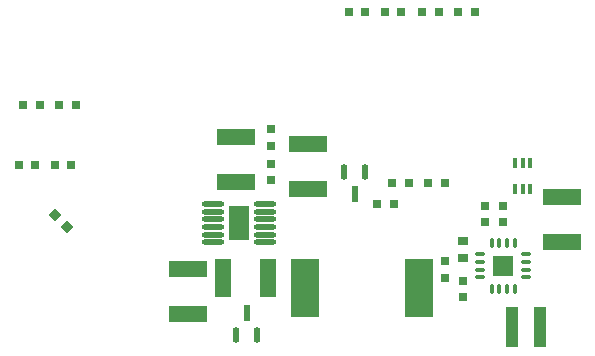
<source format=gbp>
G04*
G04 #@! TF.GenerationSoftware,Altium Limited,Altium Designer,19.1.8 (144)*
G04*
G04 Layer_Color=128*
%FSLAX25Y25*%
%MOIN*%
G70*
G01*
G75*
%ADD42P,0.04243X4X360.0*%
%ADD43R,0.03000X0.03000*%
%ADD44R,0.02310X0.05349*%
G04:AMPARAMS|DCode=45|XSize=53.49mil|YSize=23.1mil|CornerRadius=11.55mil|HoleSize=0mil|Usage=FLASHONLY|Rotation=90.000|XOffset=0mil|YOffset=0mil|HoleType=Round|Shape=RoundedRectangle|*
%AMROUNDEDRECTD45*
21,1,0.05349,0.00000,0,0,90.0*
21,1,0.03039,0.02310,0,0,90.0*
1,1,0.02310,0.00000,0.01519*
1,1,0.02310,0.00000,-0.01519*
1,1,0.02310,0.00000,-0.01519*
1,1,0.02310,0.00000,0.01519*
%
%ADD45ROUNDEDRECTD45*%
%ADD46R,0.05512X0.12992*%
%ADD47R,0.12992X0.05512*%
%ADD48R,0.06929X0.11614*%
%ADD49O,0.07480X0.01772*%
%ADD50R,0.03000X0.03000*%
%ADD51R,0.01575X0.03740*%
%ADD52R,0.09449X0.19685*%
%ADD53R,0.03543X0.03150*%
G04:AMPARAMS|DCode=54|XSize=33.07mil|YSize=12.6mil|CornerRadius=1.58mil|HoleSize=0mil|Usage=FLASHONLY|Rotation=90.000|XOffset=0mil|YOffset=0mil|HoleType=Round|Shape=RoundedRectangle|*
%AMROUNDEDRECTD54*
21,1,0.03307,0.00945,0,0,90.0*
21,1,0.02992,0.01260,0,0,90.0*
1,1,0.00315,0.00472,0.01496*
1,1,0.00315,0.00472,-0.01496*
1,1,0.00315,-0.00472,-0.01496*
1,1,0.00315,-0.00472,0.01496*
%
%ADD54ROUNDEDRECTD54*%
G04:AMPARAMS|DCode=55|XSize=33.07mil|YSize=12.6mil|CornerRadius=1.58mil|HoleSize=0mil|Usage=FLASHONLY|Rotation=180.000|XOffset=0mil|YOffset=0mil|HoleType=Round|Shape=RoundedRectangle|*
%AMROUNDEDRECTD55*
21,1,0.03307,0.00945,0,0,180.0*
21,1,0.02992,0.01260,0,0,180.0*
1,1,0.00315,-0.01496,0.00472*
1,1,0.00315,0.01496,0.00472*
1,1,0.00315,0.01496,-0.00472*
1,1,0.00315,-0.01496,-0.00472*
%
%ADD55ROUNDEDRECTD55*%
%ADD57R,0.03858X0.13386*%
G36*
X175654Y71653D02*
X182346D01*
Y78347D01*
X175654D01*
Y71653D01*
D02*
G37*
D42*
X29611Y91889D02*
D03*
X33500Y88000D02*
D03*
D43*
X169500Y159500D02*
D03*
X164000D02*
D03*
X157500D02*
D03*
X152000D02*
D03*
X145000D02*
D03*
X139500D02*
D03*
X133000D02*
D03*
X127500D02*
D03*
X19000Y128534D02*
D03*
X24500D02*
D03*
X31000Y128659D02*
D03*
X36500D02*
D03*
X142500Y95500D02*
D03*
X137000D02*
D03*
X147500Y102500D02*
D03*
X142000D02*
D03*
X159500D02*
D03*
X154000D02*
D03*
X29500Y108500D02*
D03*
X35000D02*
D03*
X17500D02*
D03*
X23000D02*
D03*
D44*
X93500Y59149D02*
D03*
X129500Y98852D02*
D03*
D45*
X89898Y51851D02*
D03*
X97102D02*
D03*
X133102Y106149D02*
D03*
X125898D02*
D03*
D46*
X85520Y71000D02*
D03*
X100480D02*
D03*
D47*
X74000Y59020D02*
D03*
Y73980D02*
D03*
X114047Y115760D02*
D03*
Y100799D02*
D03*
X90000Y117980D02*
D03*
Y103020D02*
D03*
X198500Y83020D02*
D03*
Y97980D02*
D03*
D48*
X91079Y89280D02*
D03*
D49*
X99740Y95677D02*
D03*
Y93118D02*
D03*
Y90559D02*
D03*
Y88000D02*
D03*
Y85441D02*
D03*
Y82882D02*
D03*
X82417Y95677D02*
D03*
Y93118D02*
D03*
Y90559D02*
D03*
Y88000D02*
D03*
Y85441D02*
D03*
Y82882D02*
D03*
D50*
X101500Y103500D02*
D03*
Y109000D02*
D03*
Y115000D02*
D03*
Y120500D02*
D03*
X173000Y95000D02*
D03*
Y89500D02*
D03*
X179000Y95000D02*
D03*
Y89500D02*
D03*
X159500Y71000D02*
D03*
Y76500D02*
D03*
X165500Y70000D02*
D03*
Y64500D02*
D03*
D51*
X182941Y100530D02*
D03*
X185500D02*
D03*
X188059D02*
D03*
Y109191D02*
D03*
X185500D02*
D03*
X182941D02*
D03*
D52*
X113000Y67500D02*
D03*
X151000D02*
D03*
D53*
X165500Y83256D02*
D03*
Y77744D02*
D03*
D54*
X182839Y67382D02*
D03*
X180280D02*
D03*
X177720D02*
D03*
X175161D02*
D03*
Y82618D02*
D03*
X177720D02*
D03*
X180280D02*
D03*
X182839D02*
D03*
D55*
X186618Y78839D02*
D03*
Y76279D02*
D03*
Y73721D02*
D03*
Y71161D02*
D03*
X171382D02*
D03*
Y73721D02*
D03*
Y76279D02*
D03*
Y78839D02*
D03*
D57*
X191165Y54500D02*
D03*
X181835D02*
D03*
M02*

</source>
